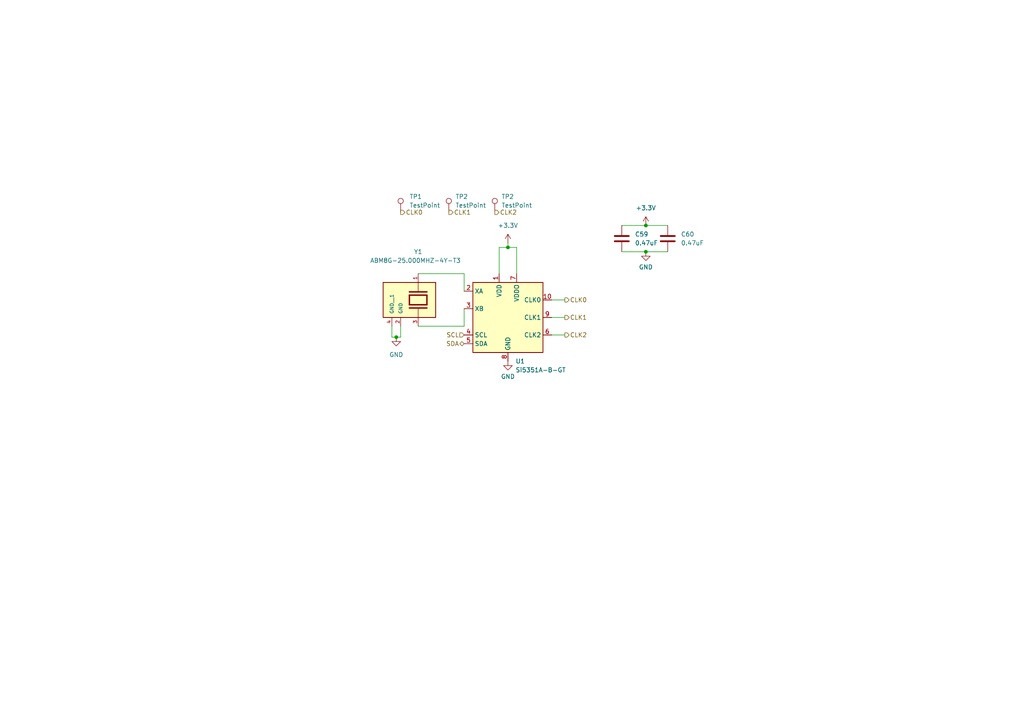
<source format=kicad_sch>
(kicad_sch (version 20230121) (generator eeschema)
  (paper "A4")
  (lib_symbols
    (symbol "ABM8G-25.000MHZ-4Y-T3:ABM8G-25.000MHZ-4Y-T3" (pin_names (offset 1.016))
      (property "Reference" "Y" (at -0.635 6.35 0))
      (property "Value" "ABM8G-25.000MHZ-4Y-T3" (at -12.7 -12.7 0))
      (symbol "ABM8G-25.000MHZ-4Y-T3_0_0"
        (rectangle (start -5.08 -10.16) (end 5.08 5.08) (stroke (width 0.254)) (fill (type background)))
        (polyline (pts (xy -5.08 0) (xy -2.54 0)) (stroke (width 0.1524)))
        (polyline (pts (xy -2.3368 2.54) (xy -2.3368 -2.54)) (stroke (width 0.4064)))
        (polyline (pts (xy -1.397 2.54) (xy -1.397 -2.54)) (stroke (width 0.4064)))
        (polyline (pts (xy -1.397 2.54) (xy 1.397 2.54)) (stroke (width 0.4064)))
        (polyline (pts (xy 1.397 -2.54) (xy -1.397 -2.54)) (stroke (width 0.4064)))
        (polyline (pts (xy 1.397 2.54) (xy 1.397 -2.54)) (stroke (width 0.4064)))
        (polyline (pts (xy 2.3368 2.54) (xy 2.3368 -2.54)) (stroke (width 0.4064)))
        (polyline (pts (xy 2.54 0) (xy 5.08 0)) (stroke (width 0.1524)))
        (pin passive line (at -7.62 0 0) (length 2.54) (name "~") (number "1"))
        (pin power_in line (at 7.62 -5.08 180) (length 2.54) (name "GND") (number "2"))
        (pin passive line (at 7.62 0 180) (length 2.54) (name "~") (number "3"))
        (pin power_in line (at 7.62 -7.62 180) (length 2.54) (name "GND__1") (number "4"))
      )
    )
    (symbol "Connector:TestPoint" (pin_numbers hide) (pin_names (offset 0.762) hide)
      (property "Reference" "TP" (at 0 6.858 0))
      (property "Value" "TestPoint" (at 0 5.08 0))
      (symbol "TestPoint_0_1"
        (circle (center 0 3.302) (radius 0.762))
      )
      (symbol "TestPoint_1_1"
        (pin passive line (at 0 0 90) (length 2.54) (name "1") (number "1"))
      )
    )
    (symbol "Device:C" (pin_numbers hide) (pin_names (offset 0.254))
      (property "Reference" "C" (at 0.635 2.54 0))
      (property "Value" "C" (at 0.635 -2.54 0))
      (symbol "C_0_1"
        (polyline (pts (xy -2.032 -0.762) (xy 2.032 -0.762)) (stroke (width 0.508)))
        (polyline (pts (xy -2.032 0.762) (xy 2.032 0.762)) (stroke (width 0.508)))
      )
      (symbol "C_1_1"
        (pin passive line (at 0 3.81 270) (length 2.794) (name "~") (number "1"))
        (pin passive line (at 0 -3.81 90) (length 2.794) (name "~") (number "2"))
      )
    )
    (symbol "Oscillator:Si5351A-B-GT"
      (property "Reference" "U" (at -8.89 11.43 0))
      (property "Value" "Si5351A-B-GT" (at -12.7 -12.7 0))
      (symbol "Si5351A-B-GT_0_1"
        (rectangle (start -10.16 10.16) (end 10.16 -10.16) (stroke (width 0.254)) (fill (type background)))
      )
      (symbol "Si5351A-B-GT_1_1"
        (pin power_in line (at -2.54 12.7 270) (length 2.54) (name "VDD") (number "1"))
        (pin output line (at 12.7 5.08 180) (length 2.54) (name "CLK0") (number "10"))
        (pin input line (at -12.7 7.62 0) (length 2.54) (name "XA") (number "2"))
        (pin input line (at -12.7 2.54 0) (length 2.54) (name "XB") (number "3"))
        (pin input line (at -12.7 -5.08 0) (length 2.54) (name "SCL") (number "4"))
        (pin bidirectional line (at -12.7 -7.62 0) (length 2.54) (name "SDA") (number "5"))
        (pin output line (at 12.7 -5.08 180) (length 2.54) (name "CLK2") (number "6"))
        (pin power_in line (at 2.54 12.7 270) (length 2.54) (name "VDDO") (number "7"))
        (pin power_in line (at 0 -12.7 90) (length 2.54) (name "GND") (number "8"))
        (pin output line (at 12.7 0 180) (length 2.54) (name "CLK1") (number "9"))
      )
    )
    (symbol "power:+3.3V" (power) (pin_names (offset 0))
      (property "Value" "+3.3V" (at 0 3.556 0))
      (symbol "+3.3V_0_1"
        (polyline (pts (xy -0.762 1.27) (xy 0 2.54)))
        (polyline (pts (xy 0 0) (xy 0 2.54)))
        (polyline (pts (xy 0 2.54) (xy 0.762 1.27)))
      )
      (symbol "+3.3V_1_1"
        (pin power_in line (at 0 0 90) (length 0) hide (name "+3.3V") (number "1"))
      )
    )
    (symbol "power:GND" (power) (pin_names (offset 0))
      (property "Value" "GND" (at 0 -3.81 0))
      (symbol "GND_0_1"
        (polyline (pts (xy 0 0) (xy 0 -1.27) (xy 1.27 -1.27) (xy 0 -2.54) (xy -1.27 -1.27) (xy 0 -1.27)))
      )
      (symbol "GND_1_1"
        (pin power_in line (at 0 0 270) (length 0) hide (name "GND") (number "1"))
      )
    )
  )
  (junction (at 147.32 71.755))
  (junction (at 187.325 65.405))
  (junction (at 114.935 97.79))
  (junction (at 187.325 73.025))
  (wire (pts (xy 149.86 71.755) (xy 147.32 71.755)))
  (wire (pts (xy 187.325 65.405) (xy 193.675 65.405)))
  (wire (pts (xy 121.285 79.375) (xy 134.62 79.375)))
  (wire (pts (xy 116.205 97.79) (xy 114.935 97.79)))
  (wire (pts (xy 116.205 94.615) (xy 116.205 97.79)))
  (wire (pts (xy 147.32 71.755) (xy 144.78 71.755)))
  (wire (pts (xy 180.34 73.025) (xy 187.325 73.025)))
  (wire (pts (xy 180.34 65.405) (xy 187.325 65.405)))
  (wire (pts (xy 160.02 92.075) (xy 163.83 92.075)))
  (wire (pts (xy 134.62 79.375) (xy 134.62 84.455)))
  (wire (pts (xy 160.02 97.155) (xy 163.83 97.155)))
  (wire (pts (xy 134.62 94.615) (xy 134.62 89.535)))
  (wire (pts (xy 113.665 94.615) (xy 113.665 97.79)))
  (wire (pts (xy 160.02 86.995) (xy 163.83 86.995)))
  (wire (pts (xy 121.285 94.615) (xy 134.62 94.615)))
  (wire (pts (xy 113.665 97.79) (xy 114.935 97.79)))
  (wire (pts (xy 149.86 79.375) (xy 149.86 71.755)))
  (wire (pts (xy 187.325 73.025) (xy 193.675 73.025)))
  (wire (pts (xy 144.78 71.755) (xy 144.78 79.375)))
  (wire (pts (xy 147.32 70.485) (xy 147.32 71.755)))
  (hierarchical_label "SDA" (shape bidirectional) (at 134.62 99.695 180))
  (hierarchical_label "CLK2" (shape output) (at 143.51 61.595 0))
  (hierarchical_label "CLK1" (shape output) (at 130.175 61.595 0))
  (hierarchical_label "CLK1" (shape output) (at 163.83 92.075 0))
  (hierarchical_label "CLK0" (shape output) (at 163.83 86.995 0))
  (hierarchical_label "CLK0" (shape output) (at 116.205 61.595 0))
  (hierarchical_label "SCL" (shape input) (at 134.62 97.155 180))
  (hierarchical_label "CLK2" (shape output) (at 163.83 97.155 0))
  (symbol (lib_id "Connector:TestPoint") (at 143.51 61.595 0) (unit 1)
    (property "Reference" "TP2" (at 145.415 57.023 0) (effects (justify left)))
    (property "Value" "TestPoint" (at 145.415 59.563 0) (effects (justify left)))
    (instances (project "analog_frontend" (path "" (reference "TP2") (unit 1)) (path "" (reference "TP3") (unit 1)) (path "" (reference "TP3") (unit 1))))
  )
  (symbol (lib_id "Oscillator:Si5351A-B-GT") (at 147.32 92.075 0) (unit 1)
    (property "Reference" "U1" (at 149.5141 104.775 0) (effects (justify left)))
    (property "Value" "Si5351A-B-GT" (at 149.5141 107.315 0) (effects (justify left)))
    (property "Footprint" "Package_SO:MSOP-10_3x3mm_P0.5mm" (effects hide))
    (property "Datasheet" "https://www.silabs.com/documents/public/data-sheets/Si5351-B.pdf" (effects hide))
  )
  (symbol (lib_id "power:GND") (at 147.32 104.775 0) (unit 1)
    (property "Reference" "#PWR02" (effects hide))
    (property "Value" "GND" (at 147.32 109.22 0))
    (instances (project "analog_frontend" (path "" (reference "#PWR02") (unit 1)) (path "" (reference "#PWR03") (unit 1)) (path "" (reference "#PWR03") (unit 1))))
  )
  (symbol (lib_id "Connector:TestPoint") (at 130.175 61.595 0) (unit 1)
    (property "Reference" "TP2" (at 132.08 57.023 0) (effects (justify left)))
    (property "Value" "TestPoint" (at 132.08 59.563 0) (effects (justify left)))
  )
  (symbol (lib_id "power:GND") (at 187.325 73.025 0) (unit 1)
    (property "Reference" "#PWR02" (effects hide))
    (property "Value" "GND" (at 187.325 77.47 0))
    (instances (project "analog_frontend" (path "" (reference "#PWR02") (unit 1)) (path "" (reference "#PWR03") (unit 1)) (path "" (reference "#PWR0100") (unit 1))))
  )
  (symbol (lib_id "Device:C") (at 180.34 69.215 0) (unit 1)
    (property "Reference" "C59" (at 184.15 67.945 0) (effects (justify left)))
    (property "Value" "0.47uF" (at 184.15 70.485 0) (effects (justify left)))
  )
  (symbol (lib_id "power:GND") (at 114.935 97.79 0) (unit 1)
    (property "Reference" "#PWR01" (effects hide))
    (property "Value" "GND" (at 114.935 102.87 0))
  )
  (symbol (lib_id "Device:C") (at 193.675 69.215 0) (unit 1)
    (property "Reference" "C60" (at 197.485 67.945 0) (effects (justify left)))
    (property "Value" "0.47uF" (at 197.485 70.485 0) (effects (justify left)))
  )
  (symbol (lib_id "power:+3.3V") (at 147.32 70.485 0) (unit 1)
    (property "Reference" "#PWR02" (effects hide))
    (property "Value" "+3.3V" (at 147.32 65.405 0))
  )
  (symbol (lib_id "ABM8G-25.000MHZ-4Y-T3:ABM8G-25.000MHZ-4Y-T3") (at 121.285 86.995 270) (unit 1)
    (property "Reference" "Y1" (at 120.015 73.025 90) (effects (justify left)))
    (property "Value" "ABM8G-25.000MHZ-4Y-T3" (at 107.315 75.565 90) (effects (justify left)))
    (property "Footprint" "XTAL_ABM8G-25.000MHZ-4Y-T3" (effects hide))
    (property "PARTREV" "08.13.15" (effects hide))
    (property "STANDARD" "Manufacturer Recommendations" (effects hide))
    (property "MAXIMUM_PACKAGE_HEIGHT" "1.0 mm" (effects hide))
    (property "MANUFACTURER" "Abracon" (effects hide))
  )
  (symbol (lib_id "power:+3.3V") (at 187.325 65.405 0) (unit 1)
    (property "Reference" "#PWR02" (effects hide))
    (property "Value" "+3.3V" (at 187.325 60.325 0))
    (instances (project "analog_frontend" (path "" (reference "#PWR02") (unit 1)) (path "" (reference "#PWR099") (unit 1))))
  )
  (symbol (lib_id "Connector:TestPoint") (at 116.205 61.595 0) (unit 1)
    (property "Reference" "TP1" (at 118.745 57.023 0) (effects (justify left)))
    (property "Value" "TestPoint" (at 118.745 59.563 0) (effects (justify left)))
  )
)
</source>
